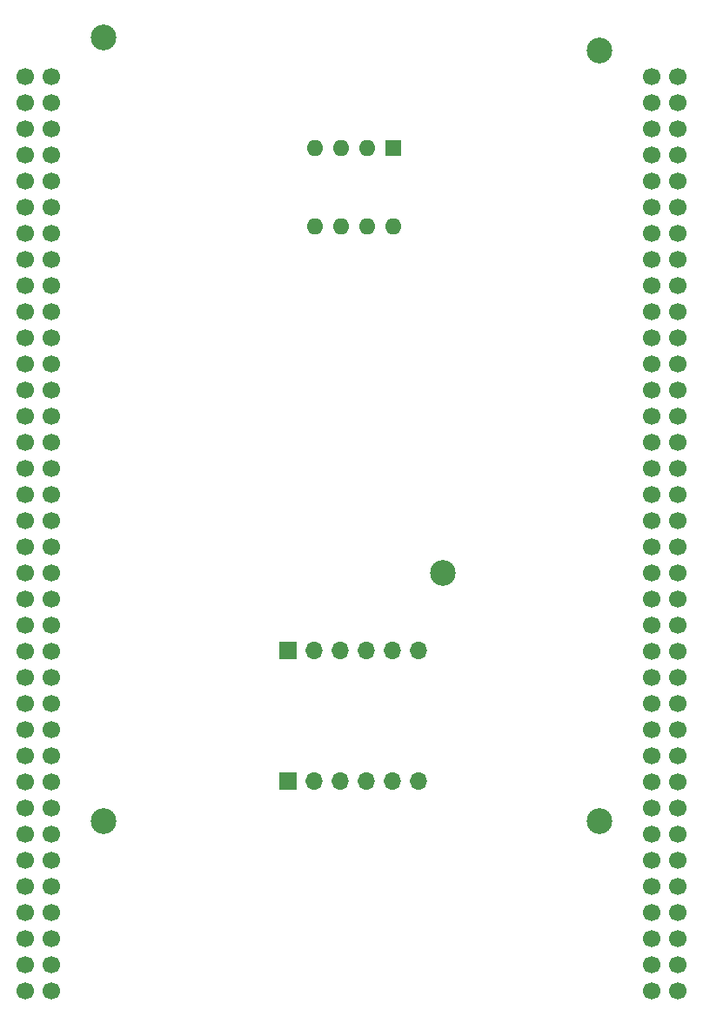
<source format=gbr>
%TF.GenerationSoftware,KiCad,Pcbnew,(6.0.1-0)*%
%TF.CreationDate,2023-01-01T10:50:50-08:00*%
%TF.ProjectId,nucleo_144_hat,6e75636c-656f-45f3-9134-345f6861742e,rev?*%
%TF.SameCoordinates,Original*%
%TF.FileFunction,Soldermask,Bot*%
%TF.FilePolarity,Negative*%
%FSLAX46Y46*%
G04 Gerber Fmt 4.6, Leading zero omitted, Abs format (unit mm)*
G04 Created by KiCad (PCBNEW (6.0.1-0)) date 2023-01-01 10:50:50*
%MOMM*%
%LPD*%
G01*
G04 APERTURE LIST*
%ADD10C,2.500000*%
%ADD11C,1.700000*%
%ADD12R,1.700000X1.700000*%
%ADD13O,1.700000X1.700000*%
%ADD14O,1.600000X1.600000*%
%ADD15R,1.600000X1.600000*%
G04 APERTURE END LIST*
D10*
%TO.C,U1*%
X123130500Y-130218600D03*
X123130500Y-54018600D03*
X171390500Y-130218600D03*
X156150500Y-106068600D03*
X171390500Y-55268600D03*
D11*
X115510500Y-57828600D03*
X118050500Y-57828600D03*
X115510500Y-60368600D03*
X118050500Y-60368600D03*
X115510500Y-62908600D03*
X118050500Y-62908600D03*
X115510500Y-65448600D03*
X118050500Y-65448600D03*
X115510500Y-67988600D03*
X118050500Y-67988600D03*
X115510500Y-70528600D03*
X118050500Y-70528600D03*
X115510500Y-73068600D03*
X118050500Y-73068600D03*
X115510500Y-75608600D03*
X118050500Y-75608600D03*
X115510500Y-78148600D03*
X118050500Y-78148600D03*
X115510500Y-80688600D03*
X118050500Y-80688600D03*
X115510500Y-83228600D03*
X118050500Y-83228600D03*
X115510500Y-85768600D03*
X118050500Y-85768600D03*
X115510500Y-88308600D03*
X118050500Y-88308600D03*
X115510500Y-90848600D03*
X118050500Y-90848600D03*
X115510500Y-93388600D03*
X118050500Y-93388600D03*
X115510500Y-95928600D03*
X118050500Y-95928600D03*
X115510500Y-98468600D03*
X118050500Y-98468600D03*
X115510500Y-101008600D03*
X118050500Y-101008600D03*
X115510500Y-103548600D03*
X118050500Y-103548600D03*
X115510500Y-106088600D03*
X118050500Y-106088600D03*
X115510500Y-108628600D03*
X118050500Y-108628600D03*
X115510500Y-111168600D03*
X118050500Y-111168600D03*
X115510500Y-113708600D03*
X118050500Y-113708600D03*
X115510500Y-116248600D03*
X118050500Y-116248600D03*
X115510500Y-118788600D03*
X118050500Y-118788600D03*
X115510500Y-121328600D03*
X118050500Y-121328600D03*
X115510500Y-123868600D03*
X118050500Y-123868600D03*
X115510500Y-126408600D03*
X118050500Y-126408600D03*
X115510500Y-128948600D03*
X118050500Y-128948600D03*
X115510500Y-131488600D03*
X118050500Y-131488600D03*
X115510500Y-134028600D03*
X118050500Y-134028600D03*
X115510500Y-136568600D03*
X118050500Y-136568600D03*
X115510500Y-139108600D03*
X118050500Y-139108600D03*
X115510500Y-141648600D03*
X118050500Y-141648600D03*
X115510500Y-144188600D03*
X118050500Y-144188600D03*
X115510500Y-146728600D03*
X118050500Y-146728600D03*
X176470500Y-57828600D03*
X179010500Y-57828600D03*
X176470500Y-60368600D03*
X179010500Y-60368600D03*
X176470500Y-62908600D03*
X179010500Y-62908600D03*
X176470500Y-65448600D03*
X179010500Y-65448600D03*
X176470500Y-67988600D03*
X179010500Y-67988600D03*
X176470500Y-70528600D03*
X179010500Y-70528600D03*
X176470500Y-73068600D03*
X179010500Y-73068600D03*
X176470500Y-75608600D03*
X179010500Y-75608600D03*
X176470500Y-78148600D03*
X179010500Y-78148600D03*
X176470500Y-80688600D03*
X179010500Y-80688600D03*
X176470500Y-83228600D03*
X179010500Y-83228600D03*
X176470500Y-85768600D03*
X179010500Y-85768600D03*
X176470500Y-88308600D03*
X179010500Y-88308600D03*
X176470500Y-90848600D03*
X179010500Y-90848600D03*
X176470500Y-93388600D03*
X179010500Y-93388600D03*
X176470500Y-95928600D03*
X179010500Y-95928600D03*
X176470500Y-98468600D03*
X179010500Y-98468600D03*
X176470500Y-101008600D03*
X179010500Y-101008600D03*
X176470500Y-103548600D03*
X179010500Y-103548600D03*
X176470500Y-106088600D03*
X179010500Y-106088600D03*
X176470500Y-108628600D03*
X179010500Y-108628600D03*
X176470500Y-111168600D03*
X179010500Y-111168600D03*
X176470500Y-113708600D03*
X179010500Y-113708600D03*
X176470500Y-116248600D03*
X179010500Y-116248600D03*
X176470500Y-118788600D03*
X179010500Y-118788600D03*
X176470500Y-121328600D03*
X179010500Y-121328600D03*
X176470500Y-123868600D03*
X179010500Y-123868600D03*
X176470500Y-126408600D03*
X179010500Y-126408600D03*
X176470500Y-128948600D03*
X179010500Y-128948600D03*
X176470500Y-131488600D03*
X179010500Y-131488600D03*
X176470500Y-134028600D03*
X179010500Y-134028600D03*
X176470500Y-136568600D03*
X179010500Y-136568600D03*
X176470500Y-139108600D03*
X179010500Y-139108600D03*
X176470500Y-141648600D03*
X179010500Y-141648600D03*
X176470500Y-144188600D03*
X179010500Y-144188600D03*
X176470500Y-146728600D03*
X179010500Y-146728600D03*
%TD*%
D12*
%TO.C,J15*%
X141040000Y-113630000D03*
D13*
X143580000Y-113630000D03*
X146120000Y-113630000D03*
X148660000Y-113630000D03*
X151200000Y-113630000D03*
X153740000Y-113630000D03*
%TD*%
D14*
%TO.C,U4*%
X151320000Y-72400000D03*
X148780000Y-72400000D03*
X146240000Y-72400000D03*
X143700000Y-72400000D03*
X143700000Y-64780000D03*
X146240000Y-64780000D03*
X148780000Y-64780000D03*
D15*
X151320000Y-64780000D03*
%TD*%
D12*
%TO.C,J14*%
X141040000Y-126330000D03*
D13*
X143580000Y-126330000D03*
X146120000Y-126330000D03*
X148660000Y-126330000D03*
X151200000Y-126330000D03*
X153740000Y-126330000D03*
%TD*%
M02*

</source>
